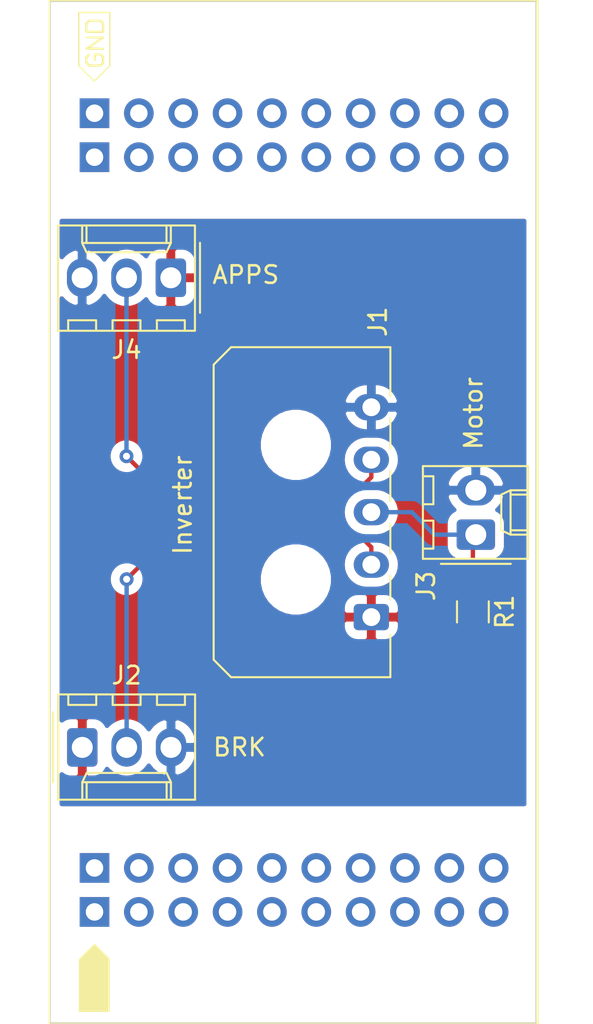
<source format=kicad_pcb>
(kicad_pcb (version 20171130) (host pcbnew "(5.1.5)-3")

  (general
    (thickness 1.6)
    (drawings 8)
    (tracks 20)
    (zones 0)
    (modules 6)
    (nets 6)
  )

  (page A4)
  (layers
    (0 F.Cu signal)
    (31 B.Cu signal)
    (32 B.Adhes user)
    (33 F.Adhes user)
    (34 B.Paste user)
    (35 F.Paste user)
    (36 B.SilkS user)
    (37 F.SilkS user)
    (38 B.Mask user)
    (39 F.Mask user)
    (40 Dwgs.User user)
    (41 Cmts.User user)
    (42 Eco1.User user)
    (43 Eco2.User user)
    (44 Edge.Cuts user)
    (45 Margin user)
    (46 B.CrtYd user)
    (47 F.CrtYd user)
    (48 B.Fab user)
    (49 F.Fab user)
  )

  (setup
    (last_trace_width 0.25)
    (trace_clearance 0.2)
    (zone_clearance 0.508)
    (zone_45_only no)
    (trace_min 0.2)
    (via_size 0.8)
    (via_drill 0.4)
    (via_min_size 0.4)
    (via_min_drill 0.3)
    (uvia_size 0.3)
    (uvia_drill 0.1)
    (uvias_allowed no)
    (uvia_min_size 0.2)
    (uvia_min_drill 0.1)
    (edge_width 0.05)
    (segment_width 0.2)
    (pcb_text_width 0.3)
    (pcb_text_size 1.5 1.5)
    (mod_edge_width 0.12)
    (mod_text_size 1 1)
    (mod_text_width 0.15)
    (pad_size 1.524 1.524)
    (pad_drill 0.762)
    (pad_to_mask_clearance 0.051)
    (solder_mask_min_width 0.25)
    (aux_axis_origin 0 0)
    (visible_elements FFFFFF7F)
    (pcbplotparams
      (layerselection 0x010fc_ffffffff)
      (usegerberextensions false)
      (usegerberattributes false)
      (usegerberadvancedattributes false)
      (creategerberjobfile false)
      (excludeedgelayer true)
      (linewidth 0.100000)
      (plotframeref false)
      (viasonmask false)
      (mode 1)
      (useauxorigin false)
      (hpglpennumber 1)
      (hpglpenspeed 20)
      (hpglpendiameter 15.000000)
      (psnegative false)
      (psa4output false)
      (plotreference true)
      (plotvalue true)
      (plotinvisibletext false)
      (padsonsilk false)
      (subtractmaskfromsilk false)
      (outputformat 1)
      (mirror false)
      (drillshape 0)
      (scaleselection 1)
      (outputdirectory "Gerber Files/"))
  )

  (net 0 "")
  (net 1 +5V)
  (net 2 BRK)
  (net 3 Therm+)
  (net 4 APPS)
  (net 5 GNDA)

  (net_class Default "This is the default net class."
    (clearance 0.2)
    (trace_width 0.25)
    (via_dia 0.8)
    (via_drill 0.4)
    (uvia_dia 0.3)
    (uvia_drill 0.1)
    (add_net +5V)
    (add_net APPS)
    (add_net BRK)
    (add_net GNDA)
    (add_net Therm+)
  )

  (module Connector_Molex:Molex_KK-254_AE-6410-03A_1x03_P2.54mm_Vertical (layer F.Cu) (tedit 5B78013E) (tstamp 5F3B8F1A)
    (at 137.10412 87.19058 180)
    (descr "Molex KK-254 Interconnect System, old/engineering part number: AE-6410-03A example for new part number: 22-27-2031, 3 Pins (http://www.molex.com/pdm_docs/sd/022272021_sd.pdf), generated with kicad-footprint-generator")
    (tags "connector Molex KK-254 side entry")
    (path /5F3BA91F)
    (fp_text reference J4 (at 2.54 -4.12) (layer F.SilkS)
      (effects (font (size 1 1) (thickness 0.15)))
    )
    (fp_text value "Accelerator Sensor" (at 2.54 4.08) (layer F.Fab)
      (effects (font (size 1 1) (thickness 0.15)))
    )
    (fp_text user %R (at 2.54 -2.22) (layer F.Fab)
      (effects (font (size 1 1) (thickness 0.15)))
    )
    (fp_line (start 6.85 -3.42) (end -1.77 -3.42) (layer F.CrtYd) (width 0.05))
    (fp_line (start 6.85 3.38) (end 6.85 -3.42) (layer F.CrtYd) (width 0.05))
    (fp_line (start -1.77 3.38) (end 6.85 3.38) (layer F.CrtYd) (width 0.05))
    (fp_line (start -1.77 -3.42) (end -1.77 3.38) (layer F.CrtYd) (width 0.05))
    (fp_line (start 5.88 -2.43) (end 5.88 -3.03) (layer F.SilkS) (width 0.12))
    (fp_line (start 4.28 -2.43) (end 5.88 -2.43) (layer F.SilkS) (width 0.12))
    (fp_line (start 4.28 -3.03) (end 4.28 -2.43) (layer F.SilkS) (width 0.12))
    (fp_line (start 3.34 -2.43) (end 3.34 -3.03) (layer F.SilkS) (width 0.12))
    (fp_line (start 1.74 -2.43) (end 3.34 -2.43) (layer F.SilkS) (width 0.12))
    (fp_line (start 1.74 -3.03) (end 1.74 -2.43) (layer F.SilkS) (width 0.12))
    (fp_line (start 0.8 -2.43) (end 0.8 -3.03) (layer F.SilkS) (width 0.12))
    (fp_line (start -0.8 -2.43) (end 0.8 -2.43) (layer F.SilkS) (width 0.12))
    (fp_line (start -0.8 -3.03) (end -0.8 -2.43) (layer F.SilkS) (width 0.12))
    (fp_line (start 4.83 2.99) (end 4.83 1.99) (layer F.SilkS) (width 0.12))
    (fp_line (start 0.25 2.99) (end 0.25 1.99) (layer F.SilkS) (width 0.12))
    (fp_line (start 4.83 1.46) (end 5.08 1.99) (layer F.SilkS) (width 0.12))
    (fp_line (start 0.25 1.46) (end 4.83 1.46) (layer F.SilkS) (width 0.12))
    (fp_line (start 0 1.99) (end 0.25 1.46) (layer F.SilkS) (width 0.12))
    (fp_line (start 5.08 1.99) (end 5.08 2.99) (layer F.SilkS) (width 0.12))
    (fp_line (start 0 1.99) (end 5.08 1.99) (layer F.SilkS) (width 0.12))
    (fp_line (start 0 2.99) (end 0 1.99) (layer F.SilkS) (width 0.12))
    (fp_line (start -0.562893 0) (end -1.27 0.5) (layer F.Fab) (width 0.1))
    (fp_line (start -1.27 -0.5) (end -0.562893 0) (layer F.Fab) (width 0.1))
    (fp_line (start -1.67 -2) (end -1.67 2) (layer F.SilkS) (width 0.12))
    (fp_line (start 6.46 -3.03) (end -1.38 -3.03) (layer F.SilkS) (width 0.12))
    (fp_line (start 6.46 2.99) (end 6.46 -3.03) (layer F.SilkS) (width 0.12))
    (fp_line (start -1.38 2.99) (end 6.46 2.99) (layer F.SilkS) (width 0.12))
    (fp_line (start -1.38 -3.03) (end -1.38 2.99) (layer F.SilkS) (width 0.12))
    (fp_line (start 6.35 -2.92) (end -1.27 -2.92) (layer F.Fab) (width 0.1))
    (fp_line (start 6.35 2.88) (end 6.35 -2.92) (layer F.Fab) (width 0.1))
    (fp_line (start -1.27 2.88) (end 6.35 2.88) (layer F.Fab) (width 0.1))
    (fp_line (start -1.27 -2.92) (end -1.27 2.88) (layer F.Fab) (width 0.1))
    (pad 3 thru_hole oval (at 5.08 0 180) (size 1.74 2.2) (drill 1.2) (layers *.Cu *.Mask)
      (net 5 GNDA))
    (pad 2 thru_hole oval (at 2.54 0 180) (size 1.74 2.2) (drill 1.2) (layers *.Cu *.Mask)
      (net 4 APPS))
    (pad 1 thru_hole roundrect (at 0 0 180) (size 1.74 2.2) (drill 1.2) (layers *.Cu *.Mask) (roundrect_rratio 0.143678)
      (net 1 +5V))
    (model ${KISYS3DMOD}/Connector_Molex.3dshapes/Molex_KK-254_AE-6410-03A_1x03_P2.54mm_Vertical.wrl
      (at (xyz 0 0 0))
      (scale (xyz 1 1 1))
      (rotate (xyz 0 0 0))
    )
    (model "${KIPRJMOD}/3D models/022012031.stp"
      (offset (xyz 2.5 3.5 3.2))
      (scale (xyz 1 1 1))
      (rotate (xyz 0 180 180))
    )
  )

  (module Connector_Molex:Molex_KK-254_AE-6410-02A_1x02_P2.54mm_Vertical (layer F.Cu) (tedit 5B78013E) (tstamp 5F3B8EFC)
    (at 154.56916 101.8794 90)
    (descr "Molex KK-254 Interconnect System, old/engineering part number: AE-6410-02A example for new part number: 22-27-2021, 2 Pins (http://www.molex.com/pdm_docs/sd/022272021_sd.pdf), generated with kicad-footprint-generator")
    (tags "connector Molex KK-254 side entry")
    (path /5F3B0CED)
    (fp_text reference J3 (at -2.93624 -2.85242 90) (layer F.SilkS)
      (effects (font (size 1 1) (thickness 0.15)))
    )
    (fp_text value Motor (at 1.27 4.08 90) (layer F.Fab)
      (effects (font (size 1 1) (thickness 0.15)))
    )
    (fp_text user %R (at 1.27 -2.22 90) (layer F.Fab)
      (effects (font (size 1 1) (thickness 0.15)))
    )
    (fp_line (start 4.31 -3.42) (end -1.77 -3.42) (layer F.CrtYd) (width 0.05))
    (fp_line (start 4.31 3.38) (end 4.31 -3.42) (layer F.CrtYd) (width 0.05))
    (fp_line (start -1.77 3.38) (end 4.31 3.38) (layer F.CrtYd) (width 0.05))
    (fp_line (start -1.77 -3.42) (end -1.77 3.38) (layer F.CrtYd) (width 0.05))
    (fp_line (start 3.34 -2.43) (end 3.34 -3.03) (layer F.SilkS) (width 0.12))
    (fp_line (start 1.74 -2.43) (end 3.34 -2.43) (layer F.SilkS) (width 0.12))
    (fp_line (start 1.74 -3.03) (end 1.74 -2.43) (layer F.SilkS) (width 0.12))
    (fp_line (start 0.8 -2.43) (end 0.8 -3.03) (layer F.SilkS) (width 0.12))
    (fp_line (start -0.8 -2.43) (end 0.8 -2.43) (layer F.SilkS) (width 0.12))
    (fp_line (start -0.8 -3.03) (end -0.8 -2.43) (layer F.SilkS) (width 0.12))
    (fp_line (start 2.29 2.99) (end 2.29 1.99) (layer F.SilkS) (width 0.12))
    (fp_line (start 0.25 2.99) (end 0.25 1.99) (layer F.SilkS) (width 0.12))
    (fp_line (start 2.29 1.46) (end 2.54 1.99) (layer F.SilkS) (width 0.12))
    (fp_line (start 0.25 1.46) (end 2.29 1.46) (layer F.SilkS) (width 0.12))
    (fp_line (start 0 1.99) (end 0.25 1.46) (layer F.SilkS) (width 0.12))
    (fp_line (start 2.54 1.99) (end 2.54 2.99) (layer F.SilkS) (width 0.12))
    (fp_line (start 0 1.99) (end 2.54 1.99) (layer F.SilkS) (width 0.12))
    (fp_line (start 0 2.99) (end 0 1.99) (layer F.SilkS) (width 0.12))
    (fp_line (start -0.562893 0) (end -1.27 0.5) (layer F.Fab) (width 0.1))
    (fp_line (start -1.27 -0.5) (end -0.562893 0) (layer F.Fab) (width 0.1))
    (fp_line (start -1.67 -2) (end -1.67 2) (layer F.SilkS) (width 0.12))
    (fp_line (start 3.92 -3.03) (end -1.38 -3.03) (layer F.SilkS) (width 0.12))
    (fp_line (start 3.92 2.99) (end 3.92 -3.03) (layer F.SilkS) (width 0.12))
    (fp_line (start -1.38 2.99) (end 3.92 2.99) (layer F.SilkS) (width 0.12))
    (fp_line (start -1.38 -3.03) (end -1.38 2.99) (layer F.SilkS) (width 0.12))
    (fp_line (start 3.81 -2.92) (end -1.27 -2.92) (layer F.Fab) (width 0.1))
    (fp_line (start 3.81 2.88) (end 3.81 -2.92) (layer F.Fab) (width 0.1))
    (fp_line (start -1.27 2.88) (end 3.81 2.88) (layer F.Fab) (width 0.1))
    (fp_line (start -1.27 -2.92) (end -1.27 2.88) (layer F.Fab) (width 0.1))
    (pad 2 thru_hole oval (at 2.54 0 90) (size 1.74 2.2) (drill 1.2) (layers *.Cu *.Mask)
      (net 5 GNDA))
    (pad 1 thru_hole roundrect (at 0 0 90) (size 1.74 2.2) (drill 1.2) (layers *.Cu *.Mask) (roundrect_rratio 0.143678)
      (net 3 Therm+))
    (model ${KISYS3DMOD}/Connector_Molex.3dshapes/Molex_KK-254_AE-6410-02A_1x02_P2.54mm_Vertical.wrl
      (at (xyz 0 0 0))
      (scale (xyz 1 1 1))
      (rotate (xyz 0 0 0))
    )
    (model "${KIPRJMOD}/3D models/022012021.stp"
      (offset (xyz 1.2 3.5 3.2))
      (scale (xyz 1 1 1))
      (rotate (xyz 0 180 180))
    )
  )

  (module Connector_Molex:Molex_KK-254_AE-6410-03A_1x03_P2.54mm_Vertical (layer F.Cu) (tedit 5B78013E) (tstamp 5F3B8EE0)
    (at 132.03174 114.04346)
    (descr "Molex KK-254 Interconnect System, old/engineering part number: AE-6410-03A example for new part number: 22-27-2031, 3 Pins (http://www.molex.com/pdm_docs/sd/022272021_sd.pdf), generated with kicad-footprint-generator")
    (tags "connector Molex KK-254 side entry")
    (path /5F3AFA05)
    (fp_text reference J2 (at 2.54 -4.12) (layer F.SilkS)
      (effects (font (size 1 1) (thickness 0.15)))
    )
    (fp_text value "Brake Sensor" (at 2.54 4.08) (layer F.Fab)
      (effects (font (size 1 1) (thickness 0.15)))
    )
    (fp_text user %R (at 2.54 -2.22) (layer F.Fab)
      (effects (font (size 1 1) (thickness 0.15)))
    )
    (fp_line (start 6.85 -3.42) (end -1.77 -3.42) (layer F.CrtYd) (width 0.05))
    (fp_line (start 6.85 3.38) (end 6.85 -3.42) (layer F.CrtYd) (width 0.05))
    (fp_line (start -1.77 3.38) (end 6.85 3.38) (layer F.CrtYd) (width 0.05))
    (fp_line (start -1.77 -3.42) (end -1.77 3.38) (layer F.CrtYd) (width 0.05))
    (fp_line (start 5.88 -2.43) (end 5.88 -3.03) (layer F.SilkS) (width 0.12))
    (fp_line (start 4.28 -2.43) (end 5.88 -2.43) (layer F.SilkS) (width 0.12))
    (fp_line (start 4.28 -3.03) (end 4.28 -2.43) (layer F.SilkS) (width 0.12))
    (fp_line (start 3.34 -2.43) (end 3.34 -3.03) (layer F.SilkS) (width 0.12))
    (fp_line (start 1.74 -2.43) (end 3.34 -2.43) (layer F.SilkS) (width 0.12))
    (fp_line (start 1.74 -3.03) (end 1.74 -2.43) (layer F.SilkS) (width 0.12))
    (fp_line (start 0.8 -2.43) (end 0.8 -3.03) (layer F.SilkS) (width 0.12))
    (fp_line (start -0.8 -2.43) (end 0.8 -2.43) (layer F.SilkS) (width 0.12))
    (fp_line (start -0.8 -3.03) (end -0.8 -2.43) (layer F.SilkS) (width 0.12))
    (fp_line (start 4.83 2.99) (end 4.83 1.99) (layer F.SilkS) (width 0.12))
    (fp_line (start 0.25 2.99) (end 0.25 1.99) (layer F.SilkS) (width 0.12))
    (fp_line (start 4.83 1.46) (end 5.08 1.99) (layer F.SilkS) (width 0.12))
    (fp_line (start 0.25 1.46) (end 4.83 1.46) (layer F.SilkS) (width 0.12))
    (fp_line (start 0 1.99) (end 0.25 1.46) (layer F.SilkS) (width 0.12))
    (fp_line (start 5.08 1.99) (end 5.08 2.99) (layer F.SilkS) (width 0.12))
    (fp_line (start 0 1.99) (end 5.08 1.99) (layer F.SilkS) (width 0.12))
    (fp_line (start 0 2.99) (end 0 1.99) (layer F.SilkS) (width 0.12))
    (fp_line (start -0.562893 0) (end -1.27 0.5) (layer F.Fab) (width 0.1))
    (fp_line (start -1.27 -0.5) (end -0.562893 0) (layer F.Fab) (width 0.1))
    (fp_line (start -1.67 -2) (end -1.67 2) (layer F.SilkS) (width 0.12))
    (fp_line (start 6.46 -3.03) (end -1.38 -3.03) (layer F.SilkS) (width 0.12))
    (fp_line (start 6.46 2.99) (end 6.46 -3.03) (layer F.SilkS) (width 0.12))
    (fp_line (start -1.38 2.99) (end 6.46 2.99) (layer F.SilkS) (width 0.12))
    (fp_line (start -1.38 -3.03) (end -1.38 2.99) (layer F.SilkS) (width 0.12))
    (fp_line (start 6.35 -2.92) (end -1.27 -2.92) (layer F.Fab) (width 0.1))
    (fp_line (start 6.35 2.88) (end 6.35 -2.92) (layer F.Fab) (width 0.1))
    (fp_line (start -1.27 2.88) (end 6.35 2.88) (layer F.Fab) (width 0.1))
    (fp_line (start -1.27 -2.92) (end -1.27 2.88) (layer F.Fab) (width 0.1))
    (pad 3 thru_hole oval (at 5.08 0) (size 1.74 2.2) (drill 1.2) (layers *.Cu *.Mask)
      (net 5 GNDA))
    (pad 2 thru_hole oval (at 2.54 0) (size 1.74 2.2) (drill 1.2) (layers *.Cu *.Mask)
      (net 2 BRK))
    (pad 1 thru_hole roundrect (at 0 0) (size 1.74 2.2) (drill 1.2) (layers *.Cu *.Mask) (roundrect_rratio 0.143678)
      (net 1 +5V))
    (model ${KISYS3DMOD}/Connector_Molex.3dshapes/Molex_KK-254_AE-6410-03A_1x03_P2.54mm_Vertical.wrl
      (at (xyz 0 0 0))
      (scale (xyz 1 1 1))
      (rotate (xyz 0 0 0))
    )
    (model "${KIPRJMOD}/3D models/022012031.stp"
      (offset (xyz 2.5 3.5 3.2))
      (scale (xyz 1 1 1))
      (rotate (xyz 0 180 180))
    )
  )

  (module Connector_Molex:Molex_Micro-Fit_3.0_43650-0500_1x05_P3.00mm_Horizontal (layer F.Cu) (tedit 5B79A392) (tstamp 5F3B8EC2)
    (at 148.58492 106.59364 90)
    (descr "Molex Micro-Fit 3.0 Connector System, 43650-0500 (compatible alternatives: 43650-0501, 43650-0502), 5 Pins per row (https://www.molex.com/pdm_docs/sd/436500300_sd.pdf), generated with kicad-footprint-generator")
    (tags "connector Molex Micro-Fit_3.0 top entry")
    (path /5F3B1B6C)
    (fp_text reference J1 (at 16.88846 0.3683 90) (layer F.SilkS)
      (effects (font (size 1 1) (thickness 0.15)))
    )
    (fp_text value Inverter (at 6 3.22 90) (layer F.Fab)
      (effects (font (size 1 1) (thickness 0.15)))
    )
    (fp_line (start -3.325 0.98) (end -3.325 -7.92) (layer F.Fab) (width 0.1))
    (fp_line (start -3.325 -7.92) (end -2.325 -8.92) (layer F.Fab) (width 0.1))
    (fp_line (start -2.325 -8.92) (end 14.325 -8.92) (layer F.Fab) (width 0.1))
    (fp_line (start 14.325 -8.92) (end 15.325 -7.92) (layer F.Fab) (width 0.1))
    (fp_line (start 15.325 -7.92) (end 15.325 0.98) (layer F.Fab) (width 0.1))
    (fp_line (start 15.325 0.98) (end -3.325 0.98) (layer F.Fab) (width 0.1))
    (fp_line (start -0.75 0.98) (end 0 0) (layer F.Fab) (width 0.1))
    (fp_line (start 0 0) (end 0.75 0.98) (layer F.Fab) (width 0.1))
    (fp_line (start -3.435 1.09) (end -3.435 -8.03) (layer F.SilkS) (width 0.12))
    (fp_line (start -3.435 -8.03) (end -2.435 -9.03) (layer F.SilkS) (width 0.12))
    (fp_line (start -2.435 -9.03) (end 14.435 -9.03) (layer F.SilkS) (width 0.12))
    (fp_line (start 14.435 -9.03) (end 15.435 -8.03) (layer F.SilkS) (width 0.12))
    (fp_line (start 15.435 -8.03) (end 15.435 1.09) (layer F.SilkS) (width 0.12))
    (fp_line (start -3.435 1.09) (end -1.01 1.09) (layer F.SilkS) (width 0.12))
    (fp_line (start 15.435 1.09) (end 12.651767 1.09) (layer F.SilkS) (width 0.12))
    (fp_line (start 1.01 1.09) (end 2.348233 1.09) (layer F.SilkS) (width 0.12))
    (fp_line (start 3.651767 1.09) (end 5.348233 1.09) (layer F.SilkS) (width 0.12))
    (fp_line (start 6.651767 1.09) (end 8.348233 1.09) (layer F.SilkS) (width 0.12))
    (fp_line (start 9.651767 1.09) (end 11.348233 1.09) (layer F.SilkS) (width 0.12))
    (fp_line (start -3.82 1.48) (end -3.82 -9.42) (layer F.CrtYd) (width 0.05))
    (fp_line (start -3.82 -9.42) (end 15.82 -9.42) (layer F.CrtYd) (width 0.05))
    (fp_line (start 15.82 -9.42) (end 15.82 1.48) (layer F.CrtYd) (width 0.05))
    (fp_line (start 15.82 1.48) (end -3.82 1.48) (layer F.CrtYd) (width 0.05))
    (fp_text user %R (at 6 -8.22 90) (layer F.Fab)
      (effects (font (size 1 1) (thickness 0.15)))
    )
    (pad "" np_thru_hole circle (at 2.15 -4.32 90) (size 3 3) (drill 3) (layers *.Cu *.Mask))
    (pad "" np_thru_hole circle (at 9.85 -4.32 90) (size 3 3) (drill 3) (layers *.Cu *.Mask))
    (pad 1 thru_hole roundrect (at 0 0 90) (size 1.5 2.02) (drill 1.02) (layers *.Cu *.Mask) (roundrect_rratio 0.166667)
      (net 1 +5V))
    (pad 2 thru_hole oval (at 3 0 90) (size 1.5 2.02) (drill 1.02) (layers *.Cu *.Mask)
      (net 2 BRK))
    (pad 3 thru_hole oval (at 6 0 90) (size 1.5 2.02) (drill 1.02) (layers *.Cu *.Mask)
      (net 3 Therm+))
    (pad 4 thru_hole oval (at 9 0 90) (size 1.5 2.02) (drill 1.02) (layers *.Cu *.Mask)
      (net 4 APPS))
    (pad 5 thru_hole oval (at 12 0 90) (size 1.5 2.02) (drill 1.02) (layers *.Cu *.Mask)
      (net 5 GNDA))
    (model ${KISYS3DMOD}/Connector_Molex.3dshapes/Molex_Micro-Fit_3.0_43650-0500_1x05_P3.00mm_Horizontal.wrl
      (at (xyz 0 0 0))
      (scale (xyz 1 1 1))
      (rotate (xyz 0 0 0))
    )
    (model "${KIPRJMOD}/3D models/436500500.stp"
      (offset (xyz 6 4 2.5))
      (scale (xyz 1 1 1))
      (rotate (xyz -90 0 180))
    )
    (model "${KIPRJMOD}/3D models/436450500.stp"
      (offset (xyz 6 13 2.5))
      (scale (xyz 1 1 1))
      (rotate (xyz 0 0 0))
    )
  )

  (module Resistor_SMD:R_1206_3216Metric (layer F.Cu) (tedit 5B301BBD) (tstamp 5F3B8F2B)
    (at 154.40152 106.29392 270)
    (descr "Resistor SMD 1206 (3216 Metric), square (rectangular) end terminal, IPC_7351 nominal, (Body size source: http://www.tortai-tech.com/upload/download/2011102023233369053.pdf), generated with kicad-footprint-generator")
    (tags resistor)
    (path /5F3AF578)
    (attr smd)
    (fp_text reference R1 (at 0 -1.82 90) (layer F.SilkS)
      (effects (font (size 1 1) (thickness 0.15)))
    )
    (fp_text value 330k (at 0 1.82 90) (layer F.Fab)
      (effects (font (size 1 1) (thickness 0.15)))
    )
    (fp_line (start -1.6 0.8) (end -1.6 -0.8) (layer F.Fab) (width 0.1))
    (fp_line (start -1.6 -0.8) (end 1.6 -0.8) (layer F.Fab) (width 0.1))
    (fp_line (start 1.6 -0.8) (end 1.6 0.8) (layer F.Fab) (width 0.1))
    (fp_line (start 1.6 0.8) (end -1.6 0.8) (layer F.Fab) (width 0.1))
    (fp_line (start -0.602064 -0.91) (end 0.602064 -0.91) (layer F.SilkS) (width 0.12))
    (fp_line (start -0.602064 0.91) (end 0.602064 0.91) (layer F.SilkS) (width 0.12))
    (fp_line (start -2.28 1.12) (end -2.28 -1.12) (layer F.CrtYd) (width 0.05))
    (fp_line (start -2.28 -1.12) (end 2.28 -1.12) (layer F.CrtYd) (width 0.05))
    (fp_line (start 2.28 -1.12) (end 2.28 1.12) (layer F.CrtYd) (width 0.05))
    (fp_line (start 2.28 1.12) (end -2.28 1.12) (layer F.CrtYd) (width 0.05))
    (fp_text user %R (at 0 0 90) (layer F.Fab)
      (effects (font (size 0.8 0.8) (thickness 0.12)))
    )
    (pad 1 smd roundrect (at -1.4 0 270) (size 1.25 1.75) (layers F.Cu F.Paste F.Mask) (roundrect_rratio 0.2)
      (net 3 Therm+))
    (pad 2 smd roundrect (at 1.4 0 270) (size 1.25 1.75) (layers F.Cu F.Paste F.Mask) (roundrect_rratio 0.2)
      (net 1 +5V))
    (model ${KISYS3DMOD}/Resistor_SMD.3dshapes/R_1206_3216Metric.wrl
      (at (xyz 0 0 0))
      (scale (xyz 1 1 1))
      (rotate (xyz 0 0 0))
    )
  )

  (module C2000BoosterPack_Shield:C2000BoosterPack_Shield (layer F.Cu) (tedit 5F3B1D88) (tstamp 5F3B8F72)
    (at 143.260121 101.517761)
    (path /5F3B220A)
    (fp_text reference U1 (at -2.9591 -0.18796) (layer F.SilkS) hide
      (effects (font (size 1.524 1.524) (thickness 0.3)))
    )
    (fp_text value C2000BoosterPack_Shield (at 3.3655 0.01016) (layer F.SilkS) hide
      (effects (font (size 1.524 1.524) (thickness 0.3)))
    )
    (fp_line (start -11.7983 -19.9517) (end -11.7983 -21.8567) (layer F.Fab) (width 0.1))
    (fp_line (start 13.6017 -22.4917) (end 13.6017 -19.9517) (layer F.Fab) (width 0.1))
    (fp_line (start 13.6017 -19.9517) (end -11.7983 -19.9517) (layer F.Fab) (width 0.1))
    (fp_line (start -11.7983 -24.3713) (end -11.1633 -25.0063) (layer F.Fab) (width 0.1))
    (fp_line (start -11.7983 -21.7805) (end -11.7983 -24.3713) (layer F.Fab) (width 0.1))
    (fp_line (start -11.1633 -25.0063) (end 13.6017 -25.0063) (layer F.Fab) (width 0.1))
    (fp_line (start 13.6017 -25.0063) (end 13.6017 -22.4663) (layer F.Fab) (width 0.1))
    (fp_text user %R (at 0.9017 -21.2217 180) (layer F.Fab)
      (effects (font (size 1 1) (thickness 0.15)))
    )
    (fp_text user %R (at 0.9017 -23.7363 180) (layer F.Fab)
      (effects (font (size 1 1) (thickness 0.15)))
    )
    (fp_line (start -11.7983 23.2029) (end -11.7983 21.2979) (layer F.Fab) (width 0.1))
    (fp_line (start 13.6017 20.6629) (end 13.6017 23.2029) (layer F.Fab) (width 0.1))
    (fp_line (start 13.6017 23.2029) (end -11.7983 23.2029) (layer F.Fab) (width 0.1))
    (fp_line (start -11.7983 18.7833) (end -11.1633 18.1483) (layer F.Fab) (width 0.1))
    (fp_line (start -11.7983 21.3741) (end -11.7983 18.7833) (layer F.Fab) (width 0.1))
    (fp_line (start -11.1633 18.1483) (end 13.6017 18.1483) (layer F.Fab) (width 0.1))
    (fp_line (start 13.6017 18.1483) (end 13.6017 20.6883) (layer F.Fab) (width 0.1))
    (fp_text user %R (at 0.9017 21.9329 180) (layer F.Fab)
      (effects (font (size 1 1) (thickness 0.15)))
    )
    (fp_text user %R (at 0.9017 19.4183 180) (layer F.Fab)
      (effects (font (size 1 1) (thickness 0.15)))
    )
    (fp_poly (pts (xy -9.61248 -26.438216) (xy -10.064133 -25.987032) (xy -10.185381 -25.866783) (xy -10.296134 -25.758605)
      (xy -10.391687 -25.666961) (xy -10.467333 -25.596315) (xy -10.518366 -25.551129) (xy -10.539868 -25.535848)
      (xy -10.562659 -25.552237) (xy -10.614575 -25.598427) (xy -10.690915 -25.66995) (xy -10.786977 -25.762337)
      (xy -10.898059 -25.87112) (xy -11.015134 -25.987501) (xy -11.466319 -26.439155) (xy -11.466319 -29.460208)
      (xy -11.394091 -29.460208) (xy -11.394091 -26.465886) (xy -10.979683 -26.049019) (xy -10.863786 -25.933412)
      (xy -10.758365 -25.830117) (xy -10.668343 -25.743805) (xy -10.598642 -25.67915) (xy -10.554183 -25.640822)
      (xy -10.54055 -25.632151) (xy -10.51732 -25.648502) (xy -10.465189 -25.694448) (xy -10.389098 -25.765332)
      (xy -10.293988 -25.856496) (xy -10.1848 -25.963282) (xy -10.100266 -26.047201) (xy -9.684707 -26.462251)
      (xy -9.684707 -29.460208) (xy -11.394091 -29.460208) (xy -11.466319 -29.460208) (xy -11.466319 -29.532435)
      (xy -9.61248 -29.532435) (xy -9.61248 -26.438216)) (layer F.SilkS) (width 0.01))
    (fp_poly (pts (xy -10.249148 -27.15496) (xy -10.188568 -27.147781) (xy -10.144271 -27.129208) (xy -10.100323 -27.093833)
      (xy -10.068615 -27.063388) (xy -9.973617 -26.970625) (xy -9.973617 -26.775753) (xy -9.974455 -26.678622)
      (xy -9.980001 -26.615393) (xy -9.994804 -26.57182) (xy -10.023413 -26.533654) (xy -10.063902 -26.492952)
      (xy -10.154186 -26.405023) (xy -10.498589 -26.397781) (xy -10.842992 -26.39054) (xy -10.950011 -26.491711)
      (xy -11.057029 -26.592882) (xy -11.05624 -26.780621) (xy -11.05545 -26.96836) (xy -10.947184 -27.060946)
      (xy -10.879528 -27.111642) (xy -10.825807 -27.138488) (xy -10.803518 -27.139948) (xy -10.774085 -27.118846)
      (xy -10.775899 -27.084991) (xy -10.811108 -27.031514) (xy -10.852385 -26.983568) (xy -10.904838 -26.918109)
      (xy -10.929733 -26.859396) (xy -10.936588 -26.783452) (xy -10.93665 -26.77132) (xy -10.931349 -26.690186)
      (xy -10.910137 -26.634891) (xy -10.869124 -26.587651) (xy -10.839179 -26.560799) (xy -10.809193 -26.54264)
      (xy -10.769479 -26.531475) (xy -10.710348 -26.525605) (xy -10.622113 -26.523332) (xy -10.500146 -26.522957)
      (xy -10.373985 -26.523497) (xy -10.286651 -26.526095) (xy -10.228822 -26.53222) (xy -10.191176 -26.54334)
      (xy -10.164392 -26.560922) (xy -10.146345 -26.578679) (xy -10.115021 -26.622996) (xy -10.09898 -26.680806)
      (xy -10.094041 -26.768279) (xy -10.093996 -26.781184) (xy -10.096249 -26.865472) (xy -10.107063 -26.91861)
      (xy -10.132518 -26.957534) (xy -10.169524 -26.991518) (xy -10.237312 -27.036057) (xy -10.309401 -27.049153)
      (xy -10.344074 -27.047829) (xy -10.443096 -27.040587) (xy -10.450295 -26.888905) (xy -10.458739 -26.795471)
      (xy -10.474425 -26.742228) (xy -10.494858 -26.722885) (xy -10.538086 -26.727439) (xy -10.553498 -26.74215)
      (xy -10.566086 -26.78565) (xy -10.573183 -26.857677) (xy -10.574999 -26.943496) (xy -10.571741 -27.028374)
      (xy -10.563616 -27.097574) (xy -10.550834 -27.136363) (xy -10.547893 -27.139081) (xy -10.51156 -27.147415)
      (xy -10.441497 -27.153494) (xy -10.352115 -27.156124) (xy -10.341943 -27.156151) (xy -10.249148 -27.15496)) (layer F.SilkS) (width 0.01))
    (fp_poly (pts (xy -10.156235 -28.114438) (xy -10.052224 -28.107258) (xy -9.99311 -28.091471) (xy -9.977809 -28.064283)
      (xy -10.005235 -28.022897) (xy -10.074303 -27.964519) (xy -10.18393 -27.886354) (xy -10.333029 -27.785606)
      (xy -10.366951 -27.762862) (xy -10.761913 -27.498028) (xy -10.373784 -27.48599) (xy -10.2292 -27.481272)
      (xy -10.125693 -27.476721) (xy -10.056204 -27.471155) (xy -10.013679 -27.463395) (xy -9.99106 -27.452261)
      (xy -9.981291 -27.436571) (xy -9.977962 -27.419781) (xy -9.970268 -27.365611) (xy -10.502367 -27.365611)
      (xy -10.678484 -27.366007) (xy -10.812261 -27.367457) (xy -10.909505 -27.370357) (xy -10.976021 -27.375102)
      (xy -11.017616 -27.382086) (xy -11.040098 -27.391704) (xy -11.048721 -27.402763) (xy -11.05655 -27.439441)
      (xy -11.053985 -27.448339) (xy -11.032139 -27.463662) (xy -10.976338 -27.501581) (xy -10.89269 -27.55798)
      (xy -10.787303 -27.628743) (xy -10.666285 -27.709755) (xy -10.635702 -27.730192) (xy -10.226413 -28.00362)
      (xy -10.623083 -28.010262) (xy -10.791025 -28.014551) (xy -10.914626 -28.021466) (xy -10.997654 -28.031688)
      (xy -11.043881 -28.0459) (xy -11.057077 -28.064784) (xy -11.043788 -28.086378) (xy -11.0139 -28.09327)
      (xy -10.943228 -28.099802) (xy -10.839138 -28.105595) (xy -10.708997 -28.110271) (xy -10.560172 -28.113451)
      (xy -10.503285 -28.114158) (xy -10.306227 -28.115806) (xy -10.156235 -28.114438)) (layer F.SilkS) (width 0.01))
    (fp_poly (pts (xy -9.973617 -28.896692) (xy -9.973617 -28.328644) (xy -10.499273 -28.328644) (xy -10.653729 -28.329349)
      (xy -10.79171 -28.331321) (xy -10.906035 -28.334348) (xy -10.989523 -28.338217) (xy -11.034991 -28.342715)
      (xy -11.040979 -28.344695) (xy -11.047433 -28.373905) (xy -11.052648 -28.440816) (xy -11.056033 -28.53498)
      (xy -11.057029 -28.628718) (xy -11.057029 -28.643482) (xy -10.93665 -28.643482) (xy -10.93665 -28.449023)
      (xy -10.093996 -28.449023) (xy -10.093996 -28.649163) (xy -10.095135 -28.749137) (xy -10.100778 -28.814079)
      (xy -10.114267 -28.857095) (xy -10.138944 -28.891291) (xy -10.161522 -28.913997) (xy -10.192456 -28.941572)
      (xy -10.22354 -28.959938) (xy -10.264908 -28.970965) (xy -10.326694 -28.976519) (xy -10.419034 -28.97847)
      (xy -10.512474 -28.978691) (xy -10.633315 -28.978306) (xy -10.716149 -28.975806) (xy -10.771119 -28.969173)
      (xy -10.808371 -28.956389) (xy -10.838047 -28.935437) (xy -10.866275 -28.908316) (xy -10.901462 -28.869772)
      (xy -10.922438 -28.832004) (xy -10.932851 -28.781282) (xy -10.93635 -28.703874) (xy -10.93665 -28.643482)
      (xy -11.057029 -28.643482) (xy -11.057029 -28.896692) (xy -10.868629 -29.08066) (xy -10.162017 -29.08066)
      (xy -9.973617 -28.896692)) (layer F.SilkS) (width 0.01))
    (fp_poly (pts (xy -10.094 24.168699) (xy -9.660631 24.601565) (xy -9.660631 27.647659) (xy -11.418167 27.647659)
      (xy -11.418167 24.625655) (xy -10.972767 24.180743) (xy -10.527368 23.735832) (xy -10.094 24.168699)) (layer F.SilkS) (width 0.01))
    (fp_line (start -13.0937 -30.1498) (end -13.0937 28.2956) (layer F.SilkS) (width 0.12))
    (fp_line (start 14.8463 -30.1498) (end 14.8463 28.2956) (layer F.SilkS) (width 0.12))
    (fp_line (start 14.8463 28.2956) (end -13.0937 28.2956) (layer F.SilkS) (width 0.12))
    (fp_line (start -13.0937 -30.1498) (end 14.8463 -30.1498) (layer F.SilkS) (width 0.12))
    (pad 106 thru_hole oval (at 12.3317 -21.2217 90) (size 1.7 1.7) (drill 1) (layers *.Cu *.Mask))
    (pad 107 thru_hole oval (at 9.7917 -21.2217 90) (size 1.7 1.7) (drill 1) (layers *.Cu *.Mask))
    (pad 113 thru_hole oval (at -5.4483 -21.2217 90) (size 1.7 1.7) (drill 1) (layers *.Cu *.Mask))
    (pad 109 thru_hole oval (at 4.7117 -21.2217 90) (size 1.7 1.7) (drill 1) (layers *.Cu *.Mask))
    (pad 112 thru_hole oval (at -2.9083 -21.2217 90) (size 1.7 1.7) (drill 1) (layers *.Cu *.Mask))
    (pad 115 thru_hole rect (at -10.5283 -21.2217 90) (size 1.7 1.7) (drill 1) (layers *.Cu *.Mask))
    (pad 110 thru_hole oval (at 2.1717 -21.2217 90) (size 1.7 1.7) (drill 1) (layers *.Cu *.Mask))
    (pad 114 thru_hole oval (at -7.9883 -21.2217 90) (size 1.7 1.7) (drill 1) (layers *.Cu *.Mask))
    (pad 111 thru_hole oval (at -0.3683 -21.2217 90) (size 1.7 1.7) (drill 1) (layers *.Cu *.Mask))
    (pad 108 thru_hole oval (at 7.2517 -21.2217 90) (size 1.7 1.7) (drill 1) (layers *.Cu *.Mask))
    (pad 96 thru_hole oval (at 12.3317 -23.7363 90) (size 1.7 1.7) (drill 1) (layers *.Cu *.Mask))
    (pad 97 thru_hole oval (at 9.7917 -23.7363 90) (size 1.7 1.7) (drill 1) (layers *.Cu *.Mask))
    (pad 103 thru_hole oval (at -5.4483 -23.7363 90) (size 1.7 1.7) (drill 1) (layers *.Cu *.Mask))
    (pad 99 thru_hole oval (at 4.7117 -23.7363 90) (size 1.7 1.7) (drill 1) (layers *.Cu *.Mask))
    (pad 102 thru_hole oval (at -2.9083 -23.7363 90) (size 1.7 1.7) (drill 1) (layers *.Cu *.Mask))
    (pad 105 thru_hole rect (at -10.5283 -23.7363 90) (size 1.7 1.7) (drill 1) (layers *.Cu *.Mask))
    (pad 100 thru_hole oval (at 2.1717 -23.7363 90) (size 1.7 1.7) (drill 1) (layers *.Cu *.Mask))
    (pad 104 thru_hole oval (at -7.9883 -23.7363 90) (size 1.7 1.7) (drill 1) (layers *.Cu *.Mask))
    (pad 101 thru_hole oval (at -0.3683 -23.7363 90) (size 1.7 1.7) (drill 1) (layers *.Cu *.Mask))
    (pad 98 thru_hole oval (at 7.2517 -23.7363 90) (size 1.7 1.7) (drill 1) (layers *.Cu *.Mask))
    (pad 22 thru_hole oval (at 12.3317 21.9329 90) (size 1.7 1.7) (drill 1) (layers *.Cu *.Mask))
    (pad 21 thru_hole oval (at 9.7917 21.9329 90) (size 1.7 1.7) (drill 1) (layers *.Cu *.Mask))
    (pad 15 thru_hole oval (at -5.4483 21.9329 90) (size 1.7 1.7) (drill 1) (layers *.Cu *.Mask))
    (pad 19 thru_hole oval (at 4.7117 21.9329 90) (size 1.7 1.7) (drill 1) (layers *.Cu *.Mask))
    (pad 16 thru_hole oval (at -2.9083 21.9329 90) (size 1.7 1.7) (drill 1) (layers *.Cu *.Mask))
    (pad 13 thru_hole rect (at -10.5283 21.9329 90) (size 1.7 1.7) (drill 1) (layers *.Cu *.Mask))
    (pad 18 thru_hole oval (at 2.1717 21.9329 90) (size 1.7 1.7) (drill 1) (layers *.Cu *.Mask))
    (pad 14 thru_hole oval (at -7.9883 21.9329 90) (size 1.7 1.7) (drill 1) (layers *.Cu *.Mask))
    (pad 17 thru_hole oval (at -0.3683 21.9329 90) (size 1.7 1.7) (drill 1) (layers *.Cu *.Mask))
    (pad 20 thru_hole oval (at 7.2517 21.9329 90) (size 1.7 1.7) (drill 1) (layers *.Cu *.Mask))
    (pad 12 thru_hole oval (at 12.3317 19.4183 90) (size 1.7 1.7) (drill 1) (layers *.Cu *.Mask))
    (pad 11 thru_hole oval (at 9.7917 19.4183 90) (size 1.7 1.7) (drill 1) (layers *.Cu *.Mask))
    (pad 5 thru_hole oval (at -5.4483 19.4183 90) (size 1.7 1.7) (drill 1) (layers *.Cu *.Mask))
    (pad 9 thru_hole oval (at 4.7117 19.4183 90) (size 1.7 1.7) (drill 1) (layers *.Cu *.Mask))
    (pad 6 thru_hole oval (at -2.9083 19.4183 90) (size 1.7 1.7) (drill 1) (layers *.Cu *.Mask))
    (pad 3 thru_hole rect (at -10.5283 19.4183 90) (size 1.7 1.7) (drill 1) (layers *.Cu *.Mask))
    (pad 8 thru_hole oval (at 2.1717 19.4183 90) (size 1.7 1.7) (drill 1) (layers *.Cu *.Mask))
    (pad 4 thru_hole oval (at -7.9883 19.4183 90) (size 1.7 1.7) (drill 1) (layers *.Cu *.Mask))
    (pad 7 thru_hole oval (at -0.3683 19.4183 90) (size 1.7 1.7) (drill 1) (layers *.Cu *.Mask))
    (pad 10 thru_hole oval (at 7.2517 19.4183 90) (size 1.7 1.7) (drill 1) (layers *.Cu *.Mask))
    (model "${KIPRJMOD}/3D models/Female Pin Header 02x10 Pitch 2.54mm Height 8.5mm.stp"
      (offset (xyz -10.5 -19.4 -1.7))
      (scale (xyz 1 1 1))
      (rotate (xyz -180 0 0))
    )
    (model "${KIPRJMOD}/3D models/Female Pin Header 02x10 Pitch 2.54mm Height 8.5mm.stp"
      (offset (xyz -10.5 23.75 -1.7))
      (scale (xyz 1 1 1))
      (rotate (xyz 180 0 0))
    )
  )

  (gr_text Inverter (at 137.7823 100.18522 90) (layer F.SilkS)
    (effects (font (size 1 1) (thickness 0.15)))
  )
  (gr_text Motor (at 154.43708 94.9452 90) (layer F.SilkS)
    (effects (font (size 1 1) (thickness 0.15)))
  )
  (gr_text BRK (at 141.0335 114.03584) (layer F.SilkS)
    (effects (font (size 1 1) (thickness 0.15)))
  )
  (gr_text APPS (at 141.39926 87.02294) (layer F.SilkS)
    (effects (font (size 1 1) (thickness 0.15)))
  )
  (gr_line (start 130.2 129.8) (end 130.2 71.4) (layer Edge.Cuts) (width 0.05) (tstamp 5F3BB479))
  (gr_line (start 158 129.8) (end 130.2 129.8) (layer Edge.Cuts) (width 0.05))
  (gr_line (start 158 71.4) (end 158 129.8) (layer Edge.Cuts) (width 0.05))
  (gr_line (start 130.2 71.4) (end 158 71.4) (layer Edge.Cuts) (width 0.05))

  (segment (start 149.2377 103.59364) (end 148.9777 103.59364) (width 0.25) (layer F.Cu) (net 2))
  (segment (start 134.57174 104.42702) (end 134.57174 114.04346) (width 0.25) (layer B.Cu) (net 2))
  (segment (start 148.58492 102.59364) (end 148.58492 103.59364) (width 0.25) (layer F.Cu) (net 2))
  (segment (start 148.018 102.02672) (end 148.58492 102.59364) (width 0.25) (layer F.Cu) (net 2))
  (segment (start 136.97204 102.02672) (end 148.018 102.02672) (width 0.25) (layer F.Cu) (net 2))
  (via (at 134.57174 104.42702) (size 0.8) (drill 0.4) (layers F.Cu B.Cu) (net 2))
  (segment (start 136.97204 102.02672) (end 134.57174 104.42702) (width 0.25) (layer F.Cu) (net 2))
  (segment (start 154.40152 101.88448) (end 154.39644 101.8794) (width 0.25) (layer F.Cu) (net 3))
  (segment (start 154.40152 104.89392) (end 154.40152 101.88448) (width 0.25) (layer F.Cu) (net 3))
  (segment (start 149.2377 100.59364) (end 150.9085 100.59364) (width 0.25) (layer B.Cu) (net 3))
  (segment (start 152.19426 101.8794) (end 154.39644 101.8794) (width 0.25) (layer B.Cu) (net 3))
  (segment (start 150.9085 100.59364) (end 152.19426 101.8794) (width 0.25) (layer B.Cu) (net 3))
  (segment (start 149.2377 97.59364) (end 147.9777 97.59364) (width 0.25) (layer F.Cu) (net 4))
  (segment (start 134.56412 97.393025) (end 134.56412 88.54058) (width 0.25) (layer B.Cu) (net 4))
  (segment (start 134.56412 88.54058) (end 134.56412 87.19058) (width 0.25) (layer B.Cu) (net 4))
  (segment (start 148.10586 99.0727) (end 136.243795 99.0727) (width 0.25) (layer F.Cu) (net 4))
  (segment (start 136.243795 99.0727) (end 134.56412 97.393025) (width 0.25) (layer F.Cu) (net 4))
  (segment (start 148.58492 97.59364) (end 148.58492 98.59364) (width 0.25) (layer F.Cu) (net 4))
  (segment (start 148.58492 98.59364) (end 148.10586 99.0727) (width 0.25) (layer F.Cu) (net 4))
  (via (at 134.56412 97.393025) (size 0.8) (drill 0.4) (layers F.Cu B.Cu) (net 4))

  (zone (net 5) (net_name GNDA) (layer B.Cu) (tstamp 5F3BC3C7) (hatch edge 0.508)
    (connect_pads (clearance 0.508))
    (min_thickness 0.254)
    (fill yes (arc_segments 32) (thermal_gap 0.508) (thermal_bridge_width 0.508))
    (polygon
      (pts
        (xy 159.64916 83.82) (xy 159.64662 117.40896) (xy 130.13436 117.40896) (xy 130.1496 83.82) (xy 130.1496 83.82508)
        (xy 130.15722 83.82)
      )
    )
    (filled_polygon
      (pts
        (xy 157.340001 117.28196) (xy 130.86 117.28196) (xy 130.86 115.583976) (xy 130.918353 115.631865) (xy 131.071889 115.713932)
        (xy 131.238485 115.764468) (xy 131.411739 115.781532) (xy 132.651741 115.781532) (xy 132.824995 115.764468) (xy 132.991591 115.713932)
        (xy 133.145127 115.631865) (xy 133.279702 115.521422) (xy 133.390145 115.386847) (xy 133.448674 115.277346) (xy 133.502395 115.342805)
        (xy 133.731562 115.530877) (xy 133.993016 115.670626) (xy 134.276709 115.756684) (xy 134.57174 115.785742) (xy 134.866772 115.756684)
        (xy 135.150465 115.670626) (xy 135.411919 115.530877) (xy 135.641085 115.342805) (xy 135.829157 115.113639) (xy 135.844042 115.085791)
        (xy 135.933484 115.222363) (xy 136.141246 115.433996) (xy 136.386303 115.601031) (xy 136.659238 115.717048) (xy 136.751709 115.734762)
        (xy 136.98474 115.613706) (xy 136.98474 114.17046) (xy 137.23874 114.17046) (xy 137.23874 115.613706) (xy 137.471771 115.734762)
        (xy 137.564242 115.717048) (xy 137.837177 115.601031) (xy 138.082234 115.433996) (xy 138.289996 115.222363) (xy 138.452478 114.974264)
        (xy 138.563436 114.699233) (xy 138.618606 114.40784) (xy 138.462326 114.17046) (xy 137.23874 114.17046) (xy 136.98474 114.17046)
        (xy 136.96474 114.17046) (xy 136.96474 113.91646) (xy 136.98474 113.91646) (xy 136.98474 112.473214) (xy 137.23874 112.473214)
        (xy 137.23874 113.91646) (xy 138.462326 113.91646) (xy 138.618606 113.67908) (xy 138.563436 113.387687) (xy 138.452478 113.112656)
        (xy 138.289996 112.864557) (xy 138.082234 112.652924) (xy 137.837177 112.485889) (xy 137.564242 112.369872) (xy 137.471771 112.352158)
        (xy 137.23874 112.473214) (xy 136.98474 112.473214) (xy 136.751709 112.352158) (xy 136.659238 112.369872) (xy 136.386303 112.485889)
        (xy 136.141246 112.652924) (xy 135.933484 112.864557) (xy 135.844042 113.001129) (xy 135.829157 112.973281) (xy 135.641085 112.744115)
        (xy 135.411918 112.556043) (xy 135.33174 112.513187) (xy 135.33174 105.130731) (xy 135.375677 105.086794) (xy 135.488945 104.917276)
        (xy 135.566966 104.728918) (xy 135.60674 104.528959) (xy 135.60674 104.325081) (xy 135.588496 104.233361) (xy 142.12992 104.233361)
        (xy 142.12992 104.653919) (xy 142.211967 105.066396) (xy 142.372908 105.454942) (xy 142.606557 105.804623) (xy 142.903937 106.102003)
        (xy 143.253618 106.335652) (xy 143.642164 106.496593) (xy 144.054641 106.57864) (xy 144.475199 106.57864) (xy 144.887676 106.496593)
        (xy 145.276222 106.335652) (xy 145.625903 106.102003) (xy 145.634266 106.09364) (xy 146.936848 106.09364) (xy 146.936848 107.09364)
        (xy 146.953912 107.266894) (xy 147.004448 107.43349) (xy 147.086515 107.587026) (xy 147.196958 107.721602) (xy 147.331534 107.832045)
        (xy 147.48507 107.914112) (xy 147.651666 107.964648) (xy 147.82492 107.981712) (xy 149.34492 107.981712) (xy 149.518174 107.964648)
        (xy 149.68477 107.914112) (xy 149.838306 107.832045) (xy 149.972882 107.721602) (xy 150.083325 107.587026) (xy 150.165392 107.43349)
        (xy 150.215928 107.266894) (xy 150.232992 107.09364) (xy 150.232992 106.09364) (xy 150.215928 105.920386) (xy 150.165392 105.75379)
        (xy 150.083325 105.600254) (xy 149.972882 105.465678) (xy 149.838306 105.355235) (xy 149.68477 105.273168) (xy 149.518174 105.222632)
        (xy 149.34492 105.205568) (xy 147.82492 105.205568) (xy 147.651666 105.222632) (xy 147.48507 105.273168) (xy 147.331534 105.355235)
        (xy 147.196958 105.465678) (xy 147.086515 105.600254) (xy 147.004448 105.75379) (xy 146.953912 105.920386) (xy 146.936848 106.09364)
        (xy 145.634266 106.09364) (xy 145.923283 105.804623) (xy 146.156932 105.454942) (xy 146.317873 105.066396) (xy 146.39992 104.653919)
        (xy 146.39992 104.233361) (xy 146.317873 103.820884) (xy 146.223746 103.59364) (xy 146.933219 103.59364) (xy 146.95996 103.865147)
        (xy 147.039156 104.126221) (xy 147.167763 104.366828) (xy 147.340839 104.577721) (xy 147.551732 104.750797) (xy 147.792339 104.879404)
        (xy 148.053413 104.9586) (xy 148.256883 104.97864) (xy 148.912957 104.97864) (xy 149.116427 104.9586) (xy 149.377501 104.879404)
        (xy 149.618108 104.750797) (xy 149.829001 104.577721) (xy 150.002077 104.366828) (xy 150.130684 104.126221) (xy 150.20988 103.865147)
        (xy 150.236621 103.59364) (xy 150.20988 103.322133) (xy 150.130684 103.061059) (xy 150.002077 102.820452) (xy 149.829001 102.609559)
        (xy 149.618108 102.436483) (xy 149.377501 102.307876) (xy 149.116427 102.22868) (xy 148.912957 102.20864) (xy 148.256883 102.20864)
        (xy 148.053413 102.22868) (xy 147.792339 102.307876) (xy 147.551732 102.436483) (xy 147.340839 102.609559) (xy 147.167763 102.820452)
        (xy 147.039156 103.061059) (xy 146.95996 103.322133) (xy 146.933219 103.59364) (xy 146.223746 103.59364) (xy 146.156932 103.432338)
        (xy 145.923283 103.082657) (xy 145.625903 102.785277) (xy 145.276222 102.551628) (xy 144.887676 102.390687) (xy 144.475199 102.30864)
        (xy 144.054641 102.30864) (xy 143.642164 102.390687) (xy 143.253618 102.551628) (xy 142.903937 102.785277) (xy 142.606557 103.082657)
        (xy 142.372908 103.432338) (xy 142.211967 103.820884) (xy 142.12992 104.233361) (xy 135.588496 104.233361) (xy 135.566966 104.125122)
        (xy 135.488945 103.936764) (xy 135.375677 103.767246) (xy 135.231514 103.623083) (xy 135.061996 103.509815) (xy 134.873638 103.431794)
        (xy 134.673679 103.39202) (xy 134.469801 103.39202) (xy 134.269842 103.431794) (xy 134.081484 103.509815) (xy 133.911966 103.623083)
        (xy 133.767803 103.767246) (xy 133.654535 103.936764) (xy 133.576514 104.125122) (xy 133.53674 104.325081) (xy 133.53674 104.528959)
        (xy 133.576514 104.728918) (xy 133.654535 104.917276) (xy 133.767803 105.086794) (xy 133.81174 105.130731) (xy 133.811741 112.513186)
        (xy 133.731561 112.556043) (xy 133.502395 112.744115) (xy 133.448675 112.809574) (xy 133.390145 112.700073) (xy 133.279702 112.565498)
        (xy 133.145127 112.455055) (xy 132.991591 112.372988) (xy 132.824995 112.322452) (xy 132.651741 112.305388) (xy 131.411739 112.305388)
        (xy 131.238485 112.322452) (xy 131.071889 112.372988) (xy 130.918353 112.455055) (xy 130.86 112.502944) (xy 130.86 100.59364)
        (xy 146.933219 100.59364) (xy 146.95996 100.865147) (xy 147.039156 101.126221) (xy 147.167763 101.366828) (xy 147.340839 101.577721)
        (xy 147.551732 101.750797) (xy 147.792339 101.879404) (xy 148.053413 101.9586) (xy 148.256883 101.97864) (xy 148.912957 101.97864)
        (xy 149.116427 101.9586) (xy 149.377501 101.879404) (xy 149.618108 101.750797) (xy 149.829001 101.577721) (xy 150.002077 101.366828)
        (xy 150.009126 101.35364) (xy 150.593699 101.35364) (xy 151.630461 102.390403) (xy 151.654259 102.419401) (xy 151.769984 102.514374)
        (xy 151.902013 102.584946) (xy 152.045274 102.628403) (xy 152.156927 102.6394) (xy 152.156936 102.6394) (xy 152.194259 102.643076)
        (xy 152.231582 102.6394) (xy 152.844877 102.6394) (xy 152.848152 102.672655) (xy 152.898688 102.839251) (xy 152.980755 102.992787)
        (xy 153.091198 103.127362) (xy 153.225773 103.237805) (xy 153.379309 103.319872) (xy 153.545905 103.370408) (xy 153.719159 103.387472)
        (xy 155.419161 103.387472) (xy 155.592415 103.370408) (xy 155.759011 103.319872) (xy 155.912547 103.237805) (xy 156.047122 103.127362)
        (xy 156.157565 102.992787) (xy 156.239632 102.839251) (xy 156.290168 102.672655) (xy 156.307232 102.499401) (xy 156.307232 101.259399)
        (xy 156.290168 101.086145) (xy 156.239632 100.919549) (xy 156.157565 100.766013) (xy 156.047122 100.631438) (xy 155.912547 100.520995)
        (xy 155.803846 100.462893) (xy 155.959696 100.309894) (xy 156.126731 100.064837) (xy 156.242748 99.791902) (xy 156.260462 99.699431)
        (xy 156.139406 99.4664) (xy 154.69616 99.4664) (xy 154.69616 99.4864) (xy 154.44216 99.4864) (xy 154.44216 99.4664)
        (xy 152.998914 99.4664) (xy 152.877858 99.699431) (xy 152.895572 99.791902) (xy 153.011589 100.064837) (xy 153.178624 100.309894)
        (xy 153.334474 100.462893) (xy 153.225773 100.520995) (xy 153.091198 100.631438) (xy 152.980755 100.766013) (xy 152.898688 100.919549)
        (xy 152.848152 101.086145) (xy 152.844877 101.1194) (xy 152.509062 101.1194) (xy 151.472304 100.082643) (xy 151.448501 100.053639)
        (xy 151.332776 99.958666) (xy 151.200747 99.888094) (xy 151.057486 99.844637) (xy 150.945833 99.83364) (xy 150.945822 99.83364)
        (xy 150.9085 99.829964) (xy 150.871178 99.83364) (xy 150.009126 99.83364) (xy 150.002077 99.820452) (xy 149.829001 99.609559)
        (xy 149.618108 99.436483) (xy 149.377501 99.307876) (xy 149.116427 99.22868) (xy 148.912957 99.20864) (xy 148.256883 99.20864)
        (xy 148.053413 99.22868) (xy 147.792339 99.307876) (xy 147.551732 99.436483) (xy 147.340839 99.609559) (xy 147.167763 99.820452)
        (xy 147.039156 100.061059) (xy 146.95996 100.322133) (xy 146.933219 100.59364) (xy 130.86 100.59364) (xy 130.86 98.979369)
        (xy 152.877858 98.979369) (xy 152.998914 99.2124) (xy 154.44216 99.2124) (xy 154.44216 97.988814) (xy 154.69616 97.988814)
        (xy 154.69616 99.2124) (xy 156.139406 99.2124) (xy 156.260462 98.979369) (xy 156.242748 98.886898) (xy 156.126731 98.613963)
        (xy 155.959696 98.368906) (xy 155.748063 98.161144) (xy 155.499964 97.998662) (xy 155.224933 97.887704) (xy 154.93354 97.832534)
        (xy 154.69616 97.988814) (xy 154.44216 97.988814) (xy 154.20478 97.832534) (xy 153.913387 97.887704) (xy 153.638356 97.998662)
        (xy 153.390257 98.161144) (xy 153.178624 98.368906) (xy 153.011589 98.613963) (xy 152.895572 98.886898) (xy 152.877858 98.979369)
        (xy 130.86 98.979369) (xy 130.86 88.383882) (xy 131.053626 88.581116) (xy 131.298683 88.748151) (xy 131.571618 88.864168)
        (xy 131.664089 88.881882) (xy 131.89712 88.760826) (xy 131.89712 87.31758) (xy 131.87712 87.31758) (xy 131.87712 87.06358)
        (xy 131.89712 87.06358) (xy 131.89712 85.620334) (xy 132.15112 85.620334) (xy 132.15112 87.06358) (xy 132.17112 87.06358)
        (xy 132.17112 87.31758) (xy 132.15112 87.31758) (xy 132.15112 88.760826) (xy 132.384151 88.881882) (xy 132.476622 88.864168)
        (xy 132.749557 88.748151) (xy 132.994614 88.581116) (xy 133.202376 88.369483) (xy 133.291818 88.232911) (xy 133.306703 88.260758)
        (xy 133.494775 88.489925) (xy 133.723941 88.677997) (xy 133.804121 88.720854) (xy 133.80412 96.689314) (xy 133.760183 96.733251)
        (xy 133.646915 96.902769) (xy 133.568894 97.091127) (xy 133.52912 97.291086) (xy 133.52912 97.494964) (xy 133.568894 97.694923)
        (xy 133.646915 97.883281) (xy 133.760183 98.052799) (xy 133.904346 98.196962) (xy 134.073864 98.31023) (xy 134.262222 98.388251)
        (xy 134.462181 98.428025) (xy 134.666059 98.428025) (xy 134.866018 98.388251) (xy 135.054376 98.31023) (xy 135.223894 98.196962)
        (xy 135.368057 98.052799) (xy 135.481325 97.883281) (xy 135.559346 97.694923) (xy 135.59912 97.494964) (xy 135.59912 97.291086)
        (xy 135.559346 97.091127) (xy 135.481325 96.902769) (xy 135.368057 96.733251) (xy 135.32412 96.689314) (xy 135.32412 96.533361)
        (xy 142.12992 96.533361) (xy 142.12992 96.953919) (xy 142.211967 97.366396) (xy 142.372908 97.754942) (xy 142.606557 98.104623)
        (xy 142.903937 98.402003) (xy 143.253618 98.635652) (xy 143.642164 98.796593) (xy 144.054641 98.87864) (xy 144.475199 98.87864)
        (xy 144.887676 98.796593) (xy 145.276222 98.635652) (xy 145.625903 98.402003) (xy 145.923283 98.104623) (xy 146.156932 97.754942)
        (xy 146.223745 97.59364) (xy 146.933219 97.59364) (xy 146.95996 97.865147) (xy 147.039156 98.126221) (xy 147.167763 98.366828)
        (xy 147.340839 98.577721) (xy 147.551732 98.750797) (xy 147.792339 98.879404) (xy 148.053413 98.9586) (xy 148.256883 98.97864)
        (xy 148.912957 98.97864) (xy 149.116427 98.9586) (xy 149.377501 98.879404) (xy 149.618108 98.750797) (xy 149.829001 98.577721)
        (xy 150.002077 98.366828) (xy 150.130684 98.126221) (xy 150.20988 97.865147) (xy 150.236621 97.59364) (xy 150.20988 97.322133)
        (xy 150.130684 97.061059) (xy 150.002077 96.820452) (xy 149.829001 96.609559) (xy 149.618108 96.436483) (xy 149.377501 96.307876)
        (xy 149.116427 96.22868) (xy 148.912957 96.20864) (xy 148.256883 96.20864) (xy 148.053413 96.22868) (xy 147.792339 96.307876)
        (xy 147.551732 96.436483) (xy 147.340839 96.609559) (xy 147.167763 96.820452) (xy 147.039156 97.061059) (xy 146.95996 97.322133)
        (xy 146.933219 97.59364) (xy 146.223745 97.59364) (xy 146.317873 97.366396) (xy 146.39992 96.953919) (xy 146.39992 96.533361)
        (xy 146.317873 96.120884) (xy 146.156932 95.732338) (xy 145.923283 95.382657) (xy 145.625903 95.085277) (xy 145.400736 94.934825)
        (xy 146.982602 94.934825) (xy 146.996747 95.006324) (xy 147.102778 95.257508) (xy 147.255775 95.48318) (xy 147.449859 95.674668)
        (xy 147.677571 95.824612) (xy 147.93016 95.927251) (xy 148.19792 95.97864) (xy 148.45792 95.97864) (xy 148.45792 94.72064)
        (xy 148.71192 94.72064) (xy 148.71192 95.97864) (xy 148.97192 95.97864) (xy 149.23968 95.927251) (xy 149.492269 95.824612)
        (xy 149.719981 95.674668) (xy 149.914065 95.48318) (xy 150.067062 95.257508) (xy 150.173093 95.006324) (xy 150.187238 94.934825)
        (xy 150.064576 94.72064) (xy 148.71192 94.72064) (xy 148.45792 94.72064) (xy 147.105264 94.72064) (xy 146.982602 94.934825)
        (xy 145.400736 94.934825) (xy 145.276222 94.851628) (xy 144.887676 94.690687) (xy 144.475199 94.60864) (xy 144.054641 94.60864)
        (xy 143.642164 94.690687) (xy 143.253618 94.851628) (xy 142.903937 95.085277) (xy 142.606557 95.382657) (xy 142.372908 95.732338)
        (xy 142.211967 96.120884) (xy 142.12992 96.533361) (xy 135.32412 96.533361) (xy 135.32412 94.252455) (xy 146.982602 94.252455)
        (xy 147.105264 94.46664) (xy 148.45792 94.46664) (xy 148.45792 93.20864) (xy 148.71192 93.20864) (xy 148.71192 94.46664)
        (xy 150.064576 94.46664) (xy 150.187238 94.252455) (xy 150.173093 94.180956) (xy 150.067062 93.929772) (xy 149.914065 93.7041)
        (xy 149.719981 93.512612) (xy 149.492269 93.362668) (xy 149.23968 93.260029) (xy 148.97192 93.20864) (xy 148.71192 93.20864)
        (xy 148.45792 93.20864) (xy 148.19792 93.20864) (xy 147.93016 93.260029) (xy 147.677571 93.362668) (xy 147.449859 93.512612)
        (xy 147.255775 93.7041) (xy 147.102778 93.929772) (xy 146.996747 94.180956) (xy 146.982602 94.252455) (xy 135.32412 94.252455)
        (xy 135.32412 88.720853) (xy 135.404298 88.677997) (xy 135.633465 88.489925) (xy 135.687186 88.424466) (xy 135.745715 88.533967)
        (xy 135.856158 88.668542) (xy 135.990733 88.778985) (xy 136.144269 88.861052) (xy 136.310865 88.911588) (xy 136.484119 88.928652)
        (xy 137.724121 88.928652) (xy 137.897375 88.911588) (xy 138.063971 88.861052) (xy 138.217507 88.778985) (xy 138.352082 88.668542)
        (xy 138.462525 88.533967) (xy 138.544592 88.380431) (xy 138.595128 88.213835) (xy 138.612192 88.040581) (xy 138.612192 86.340579)
        (xy 138.595128 86.167325) (xy 138.544592 86.000729) (xy 138.462525 85.847193) (xy 138.352082 85.712618) (xy 138.217507 85.602175)
        (xy 138.063971 85.520108) (xy 137.897375 85.469572) (xy 137.724121 85.452508) (xy 136.484119 85.452508) (xy 136.310865 85.469572)
        (xy 136.144269 85.520108) (xy 135.990733 85.602175) (xy 135.856158 85.712618) (xy 135.745715 85.847193) (xy 135.687186 85.956694)
        (xy 135.633465 85.891235) (xy 135.404299 85.703163) (xy 135.142845 85.563414) (xy 134.859152 85.477356) (xy 134.56412 85.448298)
        (xy 134.269089 85.477356) (xy 133.985396 85.563414) (xy 133.723942 85.703163) (xy 133.494775 85.891235) (xy 133.306703 86.120401)
        (xy 133.291818 86.148249) (xy 133.202376 86.011677) (xy 132.994614 85.800044) (xy 132.749557 85.633009) (xy 132.476622 85.516992)
        (xy 132.384151 85.499278) (xy 132.15112 85.620334) (xy 131.89712 85.620334) (xy 131.664089 85.499278) (xy 131.571618 85.516992)
        (xy 131.298683 85.633009) (xy 131.053626 85.800044) (xy 130.86 85.997278) (xy 130.86 83.947) (xy 157.34 83.947)
      )
    )
  )
  (zone (net 1) (net_name +5V) (layer F.Cu) (tstamp 5F3BC3C4) (hatch edge 0.508)
    (connect_pads (clearance 0.508))
    (min_thickness 0.254)
    (fill yes (arc_segments 32) (thermal_gap 0.508) (thermal_bridge_width 0.508))
    (polygon
      (pts
        (xy 161.30397 83.82) (xy 161.30143 117.40896) (xy 130.13436 117.40896) (xy 130.1496 83.82) (xy 130.1496 83.82508)
        (xy 130.15722 83.82)
      )
    )
    (filled_polygon
      (pts
        (xy 157.340001 117.28196) (xy 130.86 117.28196) (xy 130.86 115.702195) (xy 130.91756 115.732962) (xy 131.037258 115.769272)
        (xy 131.16174 115.781532) (xy 131.74599 115.77846) (xy 131.90474 115.61971) (xy 131.90474 114.17046) (xy 131.88474 114.17046)
        (xy 131.88474 113.91646) (xy 131.90474 113.91646) (xy 131.90474 112.46721) (xy 132.15874 112.46721) (xy 132.15874 113.91646)
        (xy 132.17874 113.91646) (xy 132.17874 114.17046) (xy 132.15874 114.17046) (xy 132.15874 115.61971) (xy 132.31749 115.77846)
        (xy 132.90174 115.781532) (xy 133.026222 115.769272) (xy 133.14592 115.732962) (xy 133.256234 115.673997) (xy 133.352925 115.594645)
        (xy 133.432277 115.497954) (xy 133.491242 115.38764) (xy 133.504355 115.344413) (xy 133.731562 115.530877) (xy 133.993016 115.670626)
        (xy 134.276709 115.756684) (xy 134.57174 115.785742) (xy 134.866772 115.756684) (xy 135.150465 115.670626) (xy 135.411919 115.530877)
        (xy 135.641085 115.342805) (xy 135.829157 115.113639) (xy 135.84174 115.090098) (xy 135.854323 115.113639) (xy 136.042395 115.342805)
        (xy 136.271562 115.530877) (xy 136.533016 115.670626) (xy 136.816709 115.756684) (xy 137.11174 115.785742) (xy 137.406772 115.756684)
        (xy 137.690465 115.670626) (xy 137.951919 115.530877) (xy 138.181085 115.342805) (xy 138.369157 115.113639) (xy 138.508906 114.852184)
        (xy 138.594964 114.568491) (xy 138.61674 114.347395) (xy 138.61674 113.739524) (xy 138.594964 113.518428) (xy 138.508906 113.234735)
        (xy 138.369157 112.973281) (xy 138.181085 112.744115) (xy 137.951918 112.556043) (xy 137.690464 112.416294) (xy 137.406771 112.330236)
        (xy 137.11174 112.301178) (xy 136.816708 112.330236) (xy 136.533015 112.416294) (xy 136.271561 112.556043) (xy 136.042395 112.744115)
        (xy 135.854323 112.973282) (xy 135.84174 112.996823) (xy 135.829157 112.973281) (xy 135.641085 112.744115) (xy 135.411918 112.556043)
        (xy 135.150464 112.416294) (xy 134.866771 112.330236) (xy 134.57174 112.301178) (xy 134.276708 112.330236) (xy 133.993015 112.416294)
        (xy 133.731561 112.556043) (xy 133.504355 112.742507) (xy 133.491242 112.69928) (xy 133.432277 112.588966) (xy 133.352925 112.492275)
        (xy 133.256234 112.412923) (xy 133.14592 112.353958) (xy 133.026222 112.317648) (xy 132.90174 112.305388) (xy 132.31749 112.30846)
        (xy 132.15874 112.46721) (xy 131.90474 112.46721) (xy 131.74599 112.30846) (xy 131.16174 112.305388) (xy 131.037258 112.317648)
        (xy 130.91756 112.353958) (xy 130.86 112.384725) (xy 130.86 108.31892) (xy 152.888448 108.31892) (xy 152.900708 108.443402)
        (xy 152.937018 108.5631) (xy 152.995983 108.673414) (xy 153.075335 108.770105) (xy 153.172026 108.849457) (xy 153.28234 108.908422)
        (xy 153.402038 108.944732) (xy 153.52652 108.956992) (xy 154.11577 108.95392) (xy 154.27452 108.79517) (xy 154.27452 107.82092)
        (xy 154.52852 107.82092) (xy 154.52852 108.79517) (xy 154.68727 108.95392) (xy 155.27652 108.956992) (xy 155.401002 108.944732)
        (xy 155.5207 108.908422) (xy 155.631014 108.849457) (xy 155.727705 108.770105) (xy 155.807057 108.673414) (xy 155.866022 108.5631)
        (xy 155.902332 108.443402) (xy 155.914592 108.31892) (xy 155.91152 107.97967) (xy 155.75277 107.82092) (xy 154.52852 107.82092)
        (xy 154.27452 107.82092) (xy 153.05027 107.82092) (xy 152.89152 107.97967) (xy 152.888448 108.31892) (xy 130.86 108.31892)
        (xy 130.86 107.34364) (xy 146.936848 107.34364) (xy 146.949108 107.468122) (xy 146.985418 107.58782) (xy 147.044383 107.698134)
        (xy 147.123735 107.794825) (xy 147.220426 107.874177) (xy 147.33074 107.933142) (xy 147.450438 107.969452) (xy 147.57492 107.981712)
        (xy 148.29917 107.97864) (xy 148.45792 107.81989) (xy 148.45792 106.72064) (xy 148.71192 106.72064) (xy 148.71192 107.81989)
        (xy 148.87067 107.97864) (xy 149.59492 107.981712) (xy 149.719402 107.969452) (xy 149.8391 107.933142) (xy 149.949414 107.874177)
        (xy 150.046105 107.794825) (xy 150.125457 107.698134) (xy 150.184422 107.58782) (xy 150.220732 107.468122) (xy 150.232992 107.34364)
        (xy 150.231175 107.06892) (xy 152.888448 107.06892) (xy 152.89152 107.40817) (xy 153.05027 107.56692) (xy 154.27452 107.56692)
        (xy 154.27452 106.59267) (xy 154.52852 106.59267) (xy 154.52852 107.56692) (xy 155.75277 107.56692) (xy 155.91152 107.40817)
        (xy 155.914592 107.06892) (xy 155.902332 106.944438) (xy 155.866022 106.82474) (xy 155.807057 106.714426) (xy 155.727705 106.617735)
        (xy 155.631014 106.538383) (xy 155.5207 106.479418) (xy 155.401002 106.443108) (xy 155.27652 106.430848) (xy 154.68727 106.43392)
        (xy 154.52852 106.59267) (xy 154.27452 106.59267) (xy 154.11577 106.43392) (xy 153.52652 106.430848) (xy 153.402038 106.443108)
        (xy 153.28234 106.479418) (xy 153.172026 106.538383) (xy 153.075335 106.617735) (xy 152.995983 106.714426) (xy 152.937018 106.82474)
        (xy 152.900708 106.944438) (xy 152.888448 107.06892) (xy 150.231175 107.06892) (xy 150.22992 106.87939) (xy 150.07117 106.72064)
        (xy 148.71192 106.72064) (xy 148.45792 106.72064) (xy 147.09867 106.72064) (xy 146.93992 106.87939) (xy 146.936848 107.34364)
        (xy 130.86 107.34364) (xy 130.86 97.291086) (xy 133.52912 97.291086) (xy 133.52912 97.494964) (xy 133.568894 97.694923)
        (xy 133.646915 97.883281) (xy 133.760183 98.052799) (xy 133.904346 98.196962) (xy 134.073864 98.31023) (xy 134.262222 98.388251)
        (xy 134.462181 98.428025) (xy 134.524319 98.428025) (xy 135.679996 99.583703) (xy 135.703794 99.612701) (xy 135.819519 99.707674)
        (xy 135.951548 99.778246) (xy 136.094809 99.821703) (xy 136.206462 99.8327) (xy 136.206471 99.8327) (xy 136.243794 99.836376)
        (xy 136.281117 99.8327) (xy 147.161216 99.8327) (xy 147.039156 100.061059) (xy 146.95996 100.322133) (xy 146.933219 100.59364)
        (xy 146.95996 100.865147) (xy 147.039156 101.126221) (xy 147.114254 101.26672) (xy 137.009363 101.26672) (xy 136.97204 101.263044)
        (xy 136.934717 101.26672) (xy 136.934707 101.26672) (xy 136.823054 101.277717) (xy 136.679793 101.321174) (xy 136.547764 101.391746)
        (xy 136.432039 101.486719) (xy 136.408241 101.515717) (xy 134.531939 103.39202) (xy 134.469801 103.39202) (xy 134.269842 103.431794)
        (xy 134.081484 103.509815) (xy 133.911966 103.623083) (xy 133.767803 103.767246) (xy 133.654535 103.936764) (xy 133.576514 104.125122)
        (xy 133.53674 104.325081) (xy 133.53674 104.528959) (xy 133.576514 104.728918) (xy 133.654535 104.917276) (xy 133.767803 105.086794)
        (xy 133.911966 105.230957) (xy 134.081484 105.344225) (xy 134.269842 105.422246) (xy 134.469801 105.46202) (xy 134.673679 105.46202)
        (xy 134.873638 105.422246) (xy 135.061996 105.344225) (xy 135.231514 105.230957) (xy 135.375677 105.086794) (xy 135.488945 104.917276)
        (xy 135.566966 104.728918) (xy 135.60674 104.528959) (xy 135.60674 104.466821) (xy 137.286842 102.78672) (xy 142.902494 102.78672)
        (xy 142.606557 103.082657) (xy 142.372908 103.432338) (xy 142.211967 103.820884) (xy 142.12992 104.233361) (xy 142.12992 104.653919)
        (xy 142.211967 105.066396) (xy 142.372908 105.454942) (xy 142.606557 105.804623) (xy 142.903937 106.102003) (xy 143.253618 106.335652)
        (xy 143.642164 106.496593) (xy 144.054641 106.57864) (xy 144.475199 106.57864) (xy 144.887676 106.496593) (xy 145.276222 106.335652)
        (xy 145.625903 106.102003) (xy 145.884266 105.84364) (xy 146.936848 105.84364) (xy 146.93992 106.30789) (xy 147.09867 106.46664)
        (xy 148.45792 106.46664) (xy 148.45792 105.36739) (xy 148.71192 105.36739) (xy 148.71192 106.46664) (xy 150.07117 106.46664)
        (xy 150.22992 106.30789) (xy 150.232992 105.84364) (xy 150.220732 105.719158) (xy 150.184422 105.59946) (xy 150.125457 105.489146)
        (xy 150.046105 105.392455) (xy 149.949414 105.313103) (xy 149.8391 105.254138) (xy 149.719402 105.217828) (xy 149.59492 105.205568)
        (xy 148.87067 105.20864) (xy 148.71192 105.36739) (xy 148.45792 105.36739) (xy 148.29917 105.20864) (xy 147.57492 105.205568)
        (xy 147.450438 105.217828) (xy 147.33074 105.254138) (xy 147.220426 105.313103) (xy 147.123735 105.392455) (xy 147.044383 105.489146)
        (xy 146.985418 105.59946) (xy 146.949108 105.719158) (xy 146.936848 105.84364) (xy 145.884266 105.84364) (xy 145.923283 105.804623)
        (xy 146.156932 105.454942) (xy 146.317873 105.066396) (xy 146.39992 104.653919) (xy 146.39992 104.233361) (xy 146.317873 103.820884)
        (xy 146.156932 103.432338) (xy 145.923283 103.082657) (xy 145.627346 102.78672) (xy 147.195446 102.78672) (xy 147.167763 102.820452)
        (xy 147.039156 103.061059) (xy 146.95996 103.322133) (xy 146.933219 103.59364) (xy 146.95996 103.865147) (xy 147.039156 104.126221)
        (xy 147.167763 104.366828) (xy 147.340839 104.577721) (xy 147.551732 104.750797) (xy 147.792339 104.879404) (xy 148.053413 104.9586)
        (xy 148.256883 104.97864) (xy 148.912957 104.97864) (xy 149.116427 104.9586) (xy 149.377501 104.879404) (xy 149.618108 104.750797)
        (xy 149.829001 104.577721) (xy 150.002077 104.366828) (xy 150.130684 104.126221) (xy 150.20988 103.865147) (xy 150.236621 103.59364)
        (xy 150.20988 103.322133) (xy 150.130684 103.061059) (xy 150.002077 102.820452) (xy 149.829001 102.609559) (xy 149.618108 102.436483)
        (xy 149.377501 102.307876) (xy 149.277759 102.277619) (xy 149.240888 102.20864) (xy 149.219894 102.169363) (xy 149.148719 102.082637)
        (xy 149.124921 102.053639) (xy 149.095924 102.029842) (xy 149.032908 101.966826) (xy 149.116427 101.9586) (xy 149.377501 101.879404)
        (xy 149.618108 101.750797) (xy 149.829001 101.577721) (xy 150.002077 101.366828) (xy 150.130684 101.126221) (xy 150.20988 100.865147)
        (xy 150.236621 100.59364) (xy 150.20988 100.322133) (xy 150.130684 100.061059) (xy 150.002077 99.820452) (xy 149.829001 99.609559)
        (xy 149.618108 99.436483) (xy 149.436479 99.3394) (xy 152.826878 99.3394) (xy 152.855936 99.634432) (xy 152.941994 99.918125)
        (xy 153.081743 100.179579) (xy 153.269815 100.408745) (xy 153.335274 100.462466) (xy 153.225773 100.520995) (xy 153.091198 100.631438)
        (xy 152.980755 100.766013) (xy 152.898688 100.919549) (xy 152.848152 101.086145) (xy 152.831088 101.259399) (xy 152.831088 102.499401)
        (xy 152.848152 102.672655) (xy 152.898688 102.839251) (xy 152.980755 102.992787) (xy 153.091198 103.127362) (xy 153.225773 103.237805)
        (xy 153.379309 103.319872) (xy 153.545905 103.370408) (xy 153.641521 103.379825) (xy 153.64152 103.644144) (xy 153.603266 103.647912)
        (xy 153.43667 103.698448) (xy 153.283134 103.780515) (xy 153.148558 103.890958) (xy 153.038115 104.025534) (xy 152.956048 104.17907)
        (xy 152.905512 104.345666) (xy 152.888448 104.51892) (xy 152.888448 105.26892) (xy 152.905512 105.442174) (xy 152.956048 105.60877)
        (xy 153.038115 105.762306) (xy 153.148558 105.896882) (xy 153.283134 106.007325) (xy 153.43667 106.089392) (xy 153.603266 106.139928)
        (xy 153.77652 106.156992) (xy 155.02652 106.156992) (xy 155.199774 106.139928) (xy 155.36637 106.089392) (xy 155.519906 106.007325)
        (xy 155.654482 105.896882) (xy 155.764925 105.762306) (xy 155.846992 105.60877) (xy 155.897528 105.442174) (xy 155.914592 105.26892)
        (xy 155.914592 104.51892) (xy 155.897528 104.345666) (xy 155.846992 104.17907) (xy 155.764925 104.025534) (xy 155.654482 103.890958)
        (xy 155.519906 103.780515) (xy 155.36637 103.698448) (xy 155.199774 103.647912) (xy 155.16152 103.644144) (xy 155.16152 103.387472)
        (xy 155.419161 103.387472) (xy 155.592415 103.370408) (xy 155.759011 103.319872) (xy 155.912547 103.237805) (xy 156.047122 103.127362)
        (xy 156.157565 102.992787) (xy 156.239632 102.839251) (xy 156.290168 102.672655) (xy 156.307232 102.499401) (xy 156.307232 101.259399)
        (xy 156.290168 101.086145) (xy 156.239632 100.919549) (xy 156.157565 100.766013) (xy 156.047122 100.631438) (xy 155.912547 100.520995)
        (xy 155.803046 100.462466) (xy 155.868505 100.408745) (xy 156.056577 100.179579) (xy 156.196326 99.918125) (xy 156.282384 99.634432)
        (xy 156.311442 99.3394) (xy 156.282384 99.044368) (xy 156.196326 98.760675) (xy 156.056577 98.499221) (xy 155.868505 98.270055)
        (xy 155.639339 98.081983) (xy 155.377885 97.942234) (xy 155.094192 97.856176) (xy 154.873096 97.8344) (xy 154.265224 97.8344)
        (xy 154.044128 97.856176) (xy 153.760435 97.942234) (xy 153.498981 98.081983) (xy 153.269815 98.270055) (xy 153.081743 98.499221)
        (xy 152.941994 98.760675) (xy 152.855936 99.044368) (xy 152.826878 99.3394) (xy 149.436479 99.3394) (xy 149.377501 99.307876)
        (xy 149.116427 99.22868) (xy 149.032907 99.220454) (xy 149.095917 99.157444) (xy 149.124921 99.133641) (xy 149.184951 99.060494)
        (xy 149.219894 99.017917) (xy 149.277759 98.909661) (xy 149.377501 98.879404) (xy 149.618108 98.750797) (xy 149.829001 98.577721)
        (xy 150.002077 98.366828) (xy 150.130684 98.126221) (xy 150.20988 97.865147) (xy 150.236621 97.59364) (xy 150.20988 97.322133)
        (xy 150.130684 97.061059) (xy 150.002077 96.820452) (xy 149.829001 96.609559) (xy 149.618108 96.436483) (xy 149.377501 96.307876)
        (xy 149.116427 96.22868) (xy 148.912957 96.20864) (xy 148.256883 96.20864) (xy 148.053413 96.22868) (xy 147.792339 96.307876)
        (xy 147.551732 96.436483) (xy 147.340839 96.609559) (xy 147.167763 96.820452) (xy 147.039156 97.061059) (xy 146.95996 97.322133)
        (xy 146.933219 97.59364) (xy 146.95996 97.865147) (xy 147.039156 98.126221) (xy 147.138831 98.3127) (xy 145.715206 98.3127)
        (xy 145.923283 98.104623) (xy 146.156932 97.754942) (xy 146.317873 97.366396) (xy 146.39992 96.953919) (xy 146.39992 96.533361)
        (xy 146.317873 96.120884) (xy 146.156932 95.732338) (xy 145.923283 95.382657) (xy 145.625903 95.085277) (xy 145.276222 94.851628)
        (xy 144.887676 94.690687) (xy 144.475199 94.60864) (xy 144.054641 94.60864) (xy 143.642164 94.690687) (xy 143.253618 94.851628)
        (xy 142.903937 95.085277) (xy 142.606557 95.382657) (xy 142.372908 95.732338) (xy 142.211967 96.120884) (xy 142.12992 96.533361)
        (xy 142.12992 96.953919) (xy 142.211967 97.366396) (xy 142.372908 97.754942) (xy 142.606557 98.104623) (xy 142.814634 98.3127)
        (xy 136.558597 98.3127) (xy 135.59912 97.353224) (xy 135.59912 97.291086) (xy 135.559346 97.091127) (xy 135.481325 96.902769)
        (xy 135.368057 96.733251) (xy 135.223894 96.589088) (xy 135.054376 96.47582) (xy 134.866018 96.397799) (xy 134.666059 96.358025)
        (xy 134.462181 96.358025) (xy 134.262222 96.397799) (xy 134.073864 96.47582) (xy 133.904346 96.589088) (xy 133.760183 96.733251)
        (xy 133.646915 96.902769) (xy 133.568894 97.091127) (xy 133.52912 97.291086) (xy 130.86 97.291086) (xy 130.86 94.59364)
        (xy 146.933219 94.59364) (xy 146.95996 94.865147) (xy 147.039156 95.126221) (xy 147.167763 95.366828) (xy 147.340839 95.577721)
        (xy 147.551732 95.750797) (xy 147.792339 95.879404) (xy 148.053413 95.9586) (xy 148.256883 95.97864) (xy 148.912957 95.97864)
        (xy 149.116427 95.9586) (xy 149.377501 95.879404) (xy 149.618108 95.750797) (xy 149.829001 95.577721) (xy 150.002077 95.366828)
        (xy 150.130684 95.126221) (xy 150.20988 94.865147) (xy 150.236621 94.59364) (xy 150.20988 94.322133) (xy 150.130684 94.061059)
        (xy 150.002077 93.820452) (xy 149.829001 93.609559) (xy 149.618108 93.436483) (xy 149.377501 93.307876) (xy 149.116427 93.22868)
        (xy 148.912957 93.20864) (xy 148.256883 93.20864) (xy 148.053413 93.22868) (xy 147.792339 93.307876) (xy 147.551732 93.436483)
        (xy 147.340839 93.609559) (xy 147.167763 93.820452) (xy 147.039156 94.061059) (xy 146.95996 94.322133) (xy 146.933219 94.59364)
        (xy 130.86 94.59364) (xy 130.86 88.374441) (xy 130.954775 88.489925) (xy 131.183941 88.677997) (xy 131.445395 88.817746)
        (xy 131.729088 88.903804) (xy 132.02412 88.932862) (xy 132.319151 88.903804) (xy 132.602844 88.817746) (xy 132.864298 88.677997)
        (xy 133.093465 88.489925) (xy 133.281537 88.260759) (xy 133.29412 88.237217) (xy 133.306703 88.260758) (xy 133.494775 88.489925)
        (xy 133.723941 88.677997) (xy 133.985395 88.817746) (xy 134.269088 88.903804) (xy 134.56412 88.932862) (xy 134.859151 88.903804)
        (xy 135.142844 88.817746) (xy 135.404298 88.677997) (xy 135.631505 88.491533) (xy 135.644618 88.53476) (xy 135.703583 88.645074)
        (xy 135.782935 88.741765) (xy 135.879626 88.821117) (xy 135.98994 88.880082) (xy 136.109638 88.916392) (xy 136.23412 88.928652)
        (xy 136.81837 88.92558) (xy 136.97712 88.76683) (xy 136.97712 87.31758) (xy 137.23112 87.31758) (xy 137.23112 88.76683)
        (xy 137.38987 88.92558) (xy 137.97412 88.928652) (xy 138.098602 88.916392) (xy 138.2183 88.880082) (xy 138.328614 88.821117)
        (xy 138.425305 88.741765) (xy 138.504657 88.645074) (xy 138.563622 88.53476) (xy 138.599932 88.415062) (xy 138.612192 88.29058)
        (xy 138.60912 87.47633) (xy 138.45037 87.31758) (xy 137.23112 87.31758) (xy 136.97712 87.31758) (xy 136.95712 87.31758)
        (xy 136.95712 87.06358) (xy 136.97712 87.06358) (xy 136.97712 85.61433) (xy 137.23112 85.61433) (xy 137.23112 87.06358)
        (xy 138.45037 87.06358) (xy 138.60912 86.90483) (xy 138.612192 86.09058) (xy 138.599932 85.966098) (xy 138.563622 85.8464)
        (xy 138.504657 85.736086) (xy 138.425305 85.639395) (xy 138.328614 85.560043) (xy 138.2183 85.501078) (xy 138.098602 85.464768)
        (xy 137.97412 85.452508) (xy 137.38987 85.45558) (xy 137.23112 85.61433) (xy 136.97712 85.61433) (xy 136.81837 85.45558)
        (xy 136.23412 85.452508) (xy 136.109638 85.464768) (xy 135.98994 85.501078) (xy 135.879626 85.560043) (xy 135.782935 85.639395)
        (xy 135.703583 85.736086) (xy 135.644618 85.8464) (xy 135.631505 85.889627) (xy 135.404299 85.703163) (xy 135.142845 85.563414)
        (xy 134.859152 85.477356) (xy 134.56412 85.448298) (xy 134.269089 85.477356) (xy 133.985396 85.563414) (xy 133.723942 85.703163)
        (xy 133.494775 85.891235) (xy 133.306703 86.120401) (xy 133.29412 86.143942) (xy 133.281537 86.120401) (xy 133.093465 85.891235)
        (xy 132.864299 85.703163) (xy 132.602845 85.563414) (xy 132.319152 85.477356) (xy 132.02412 85.448298) (xy 131.729089 85.477356)
        (xy 131.445396 85.563414) (xy 131.183942 85.703163) (xy 130.954775 85.891235) (xy 130.86 86.006718) (xy 130.86 83.947)
        (xy 157.34 83.947)
      )
    )
  )
)

</source>
